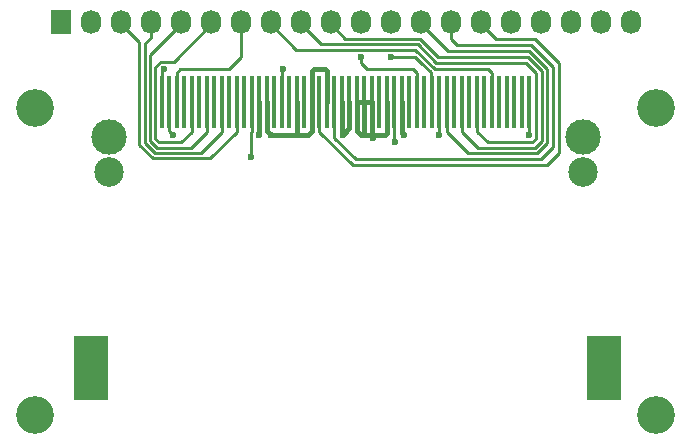
<source format=gtl>
G04 #@! TF.FileFunction,Copper,L1,Top,Signal*
%FSLAX46Y46*%
G04 Gerber Fmt 4.6, Leading zero omitted, Abs format (unit mm)*
G04 Created by KiCad (PCBNEW (2015-08-16 BZR 6097, Git b384c94)-product) date 1/3/2016 5:05:16 PM*
%MOMM*%
G01*
G04 APERTURE LIST*
%ADD10C,0.100000*%
%ADD11C,3.200000*%
%ADD12R,1.727200X2.032000*%
%ADD13O,1.727200X2.032000*%
%ADD14R,3.000000X5.400000*%
%ADD15C,2.500000*%
%ADD16C,3.000000*%
%ADD17R,0.400000X4.500000*%
%ADD18C,0.600000*%
%ADD19C,0.254000*%
%ADD20C,0.381000*%
G04 APERTURE END LIST*
D10*
D11*
X119761000Y-89154000D03*
X172339000Y-89154000D03*
X172339000Y-115189000D03*
D12*
X121920000Y-81915000D03*
D13*
X124460000Y-81915000D03*
X127000000Y-81915000D03*
X129540000Y-81915000D03*
X132080000Y-81915000D03*
X134620000Y-81915000D03*
X137160000Y-81915000D03*
X139700000Y-81915000D03*
X142240000Y-81915000D03*
X144780000Y-81915000D03*
X147320000Y-81915000D03*
X149860000Y-81915000D03*
X152400000Y-81915000D03*
X154940000Y-81915000D03*
X157480000Y-81915000D03*
X160020000Y-81915000D03*
X162560000Y-81915000D03*
X165100000Y-81915000D03*
X167640000Y-81915000D03*
X170180000Y-81915000D03*
D14*
X167869000Y-111147000D03*
D15*
X166121000Y-94613000D03*
X125961000Y-94613000D03*
D16*
X166121000Y-91613000D03*
D17*
X161590000Y-88659000D03*
X160955000Y-88659000D03*
X160320000Y-88659000D03*
X159685000Y-88659000D03*
X159050000Y-88659000D03*
X158415000Y-88659000D03*
X157780000Y-88659000D03*
X157145000Y-88659000D03*
X156510000Y-88659000D03*
X155875000Y-88659000D03*
X155240000Y-88659000D03*
X154605000Y-88659000D03*
X153970000Y-88659000D03*
X153335000Y-88659000D03*
X152700000Y-88659000D03*
X152065000Y-88659000D03*
X151430000Y-88659000D03*
X150795000Y-88659000D03*
X150160000Y-88659000D03*
X149525000Y-88659000D03*
X148890000Y-88659000D03*
X148255000Y-88659000D03*
X147620000Y-88659000D03*
X146985000Y-88659000D03*
X146350000Y-88659000D03*
X145715000Y-88659000D03*
X145080000Y-88659000D03*
X144445000Y-88659000D03*
X143810000Y-88659000D03*
X143175000Y-88659000D03*
X142540000Y-88659000D03*
X141905000Y-88659000D03*
X141270000Y-88659000D03*
X140635000Y-88659000D03*
X140000000Y-88659000D03*
X139365000Y-88659000D03*
X138730000Y-88659000D03*
X137460000Y-88659000D03*
X138095000Y-88659000D03*
X136825000Y-88659000D03*
X136190000Y-88659000D03*
X135555000Y-88659000D03*
X134920000Y-88659000D03*
X134285000Y-88659000D03*
X133015000Y-88659000D03*
X132380000Y-88659000D03*
X131745000Y-88659000D03*
X131110000Y-88659000D03*
X130475000Y-88659000D03*
D16*
X125961000Y-91613000D03*
D17*
X133650000Y-88659000D03*
D14*
X124449000Y-111147000D03*
D11*
X119761000Y-115189000D03*
D18*
X130683000Y-85852000D03*
X151003000Y-91440000D03*
X148336000Y-91694000D03*
X139700000Y-91440000D03*
X161544000Y-91440000D03*
X147320000Y-84836000D03*
X149860000Y-84836000D03*
X140716000Y-85852000D03*
X150241000Y-92075000D03*
X131445000Y-91440000D03*
X138049000Y-93345000D03*
X138684000Y-91440000D03*
X145796000Y-91440000D03*
X153924000Y-91440000D03*
D19*
X130475000Y-88659000D02*
X130475000Y-86060000D01*
X130475000Y-86060000D02*
X130683000Y-85852000D01*
D20*
X150795000Y-88659000D02*
X150795000Y-91232000D01*
X150795000Y-91232000D02*
X151003000Y-91440000D01*
X148336000Y-91440000D02*
X148336000Y-91694000D01*
X149525000Y-88659000D02*
X149525000Y-91290000D01*
X149525000Y-91290000D02*
X149375000Y-91440000D01*
X149375000Y-91440000D02*
X148336000Y-91440000D01*
X144445000Y-88659000D02*
X144445000Y-86028000D01*
X144445000Y-86028000D02*
X144269000Y-85852000D01*
X144269000Y-85852000D02*
X143351000Y-85852000D01*
X143351000Y-85852000D02*
X143175000Y-86028000D01*
X143175000Y-86028000D02*
X143175000Y-88659000D01*
X143175000Y-88659000D02*
X143175000Y-91140000D01*
X142875000Y-91440000D02*
X141905000Y-91440000D01*
X143175000Y-91140000D02*
X142875000Y-91440000D01*
X141905000Y-88659000D02*
X141905000Y-91440000D01*
X141905000Y-91440000D02*
X141732000Y-91440000D01*
X139365000Y-91105000D02*
X139700000Y-91440000D01*
X139365000Y-91105000D02*
X139365000Y-88659000D01*
X141732000Y-91440000D02*
X139700000Y-91440000D01*
X148255000Y-88659000D02*
X148255000Y-91440000D01*
X148255000Y-91440000D02*
X148336000Y-91440000D01*
X147620000Y-88659000D02*
X147620000Y-91440000D01*
X147620000Y-91440000D02*
X147828000Y-91440000D01*
X146985000Y-88659000D02*
X146985000Y-91105000D01*
X146985000Y-91105000D02*
X147320000Y-91440000D01*
X147320000Y-91440000D02*
X147828000Y-91440000D01*
X147828000Y-91440000D02*
X148336000Y-91440000D01*
X147620000Y-88659000D02*
X148255000Y-88659000D01*
X146985000Y-88659000D02*
X147620000Y-88659000D01*
D19*
X161590000Y-88659000D02*
X161590000Y-91394000D01*
X161590000Y-91394000D02*
X161544000Y-91440000D01*
X128524000Y-92262163D02*
X128524000Y-83591400D01*
X128524000Y-83591400D02*
X127000000Y-82067400D01*
X127000000Y-82067400D02*
X127000000Y-81915000D01*
X136825000Y-88659000D02*
X136825000Y-91163000D01*
X136825000Y-91163000D02*
X134558969Y-93429031D01*
X134558969Y-93429031D02*
X129690868Y-93429031D01*
X129690868Y-93429031D02*
X128524000Y-92262163D01*
X135555000Y-88659000D02*
X135555000Y-91163000D01*
X135555000Y-91163000D02*
X133742979Y-92975021D01*
X133742979Y-92975021D02*
X129878925Y-92975021D01*
X129878925Y-92975021D02*
X129020979Y-92117075D01*
X129020979Y-92117075D02*
X129020979Y-83704021D01*
X129020979Y-83704021D02*
X129540000Y-83185000D01*
X129540000Y-83185000D02*
X129540000Y-81915000D01*
X129474989Y-91929018D02*
X129474989Y-84672411D01*
X130066982Y-92521011D02*
X129474989Y-91929018D01*
X134285000Y-91163000D02*
X132926989Y-92521011D01*
X132926989Y-92521011D02*
X130066982Y-92521011D01*
X134285000Y-88659000D02*
X134285000Y-91163000D01*
X129474989Y-84672411D02*
X132080000Y-82067400D01*
X132080000Y-82067400D02*
X132080000Y-81915000D01*
X134620000Y-82067400D02*
X134620000Y-81915000D01*
X131462401Y-85224999D02*
X134620000Y-82067400D01*
X129928999Y-85678039D02*
X130382039Y-85224999D01*
X130382039Y-85224999D02*
X131462401Y-85224999D01*
X132110999Y-92067001D02*
X130255039Y-92067001D01*
X130255039Y-92067001D02*
X129928999Y-91740961D01*
X133015000Y-91163000D02*
X132110999Y-92067001D01*
X129928999Y-91740961D02*
X129928999Y-85678039D01*
X133015000Y-88659000D02*
X133015000Y-91163000D01*
X136144000Y-85852000D02*
X137160000Y-84836000D01*
X137160000Y-84836000D02*
X137160000Y-81915000D01*
X132048000Y-85852000D02*
X136144000Y-85852000D01*
X131745000Y-88659000D02*
X131745000Y-86155000D01*
X131745000Y-86155000D02*
X132048000Y-85852000D01*
X139700000Y-82067400D02*
X139700000Y-81915000D01*
X151930668Y-84208999D02*
X141841599Y-84208999D01*
X158112000Y-85852000D02*
X153573669Y-85852000D01*
X153573669Y-85852000D02*
X151930668Y-84208999D01*
X158415000Y-86155000D02*
X158112000Y-85852000D01*
X158415000Y-88659000D02*
X158415000Y-86155000D01*
X141841599Y-84208999D02*
X139700000Y-82067400D01*
X153707735Y-85344000D02*
X152118724Y-83754989D01*
X161844961Y-92067001D02*
X162171001Y-91740961D01*
X157145000Y-91163000D02*
X158049001Y-92067001D01*
X157145000Y-88659000D02*
X157145000Y-91163000D01*
X143927589Y-83754989D02*
X142240000Y-82067400D01*
X162171001Y-91740961D02*
X162171001Y-86201399D01*
X158049001Y-92067001D02*
X161844961Y-92067001D01*
X161313602Y-85344000D02*
X153707735Y-85344000D01*
X152118724Y-83754989D02*
X143927589Y-83754989D01*
X162171001Y-86201399D02*
X161313602Y-85344000D01*
X142240000Y-82067400D02*
X142240000Y-81915000D01*
X144780000Y-82067400D02*
X144780000Y-81915000D01*
X146013579Y-83300979D02*
X144780000Y-82067400D01*
X153841801Y-84836000D02*
X152306780Y-83300979D01*
X162625011Y-86013342D02*
X161447669Y-84836000D01*
X152306780Y-83300979D02*
X146013579Y-83300979D01*
X162033018Y-92521011D02*
X162625011Y-91929018D01*
X157233011Y-92521011D02*
X162033018Y-92521011D01*
X155875000Y-91163000D02*
X157233011Y-92521011D01*
X155875000Y-88659000D02*
X155875000Y-91163000D01*
X162625011Y-91929018D02*
X162625011Y-86013342D01*
X161447669Y-84836000D02*
X153841801Y-84836000D01*
X147320000Y-85344000D02*
X147320000Y-84836000D01*
X147828000Y-85852000D02*
X147320000Y-85344000D01*
X148336000Y-85852000D02*
X147828000Y-85852000D01*
X151762000Y-85852000D02*
X148336000Y-85852000D01*
X152065000Y-88659000D02*
X152065000Y-86155000D01*
X152065000Y-86155000D02*
X151762000Y-85852000D01*
X147320000Y-82067400D02*
X147320000Y-81915000D01*
X151892000Y-84836000D02*
X149860000Y-84836000D01*
X152400000Y-85344000D02*
X151892000Y-84836000D01*
X152423602Y-85344000D02*
X152400000Y-85344000D01*
X153227001Y-86147399D02*
X152423602Y-85344000D01*
X153335000Y-88659000D02*
X153227001Y-88551001D01*
X153227001Y-88551001D02*
X153227001Y-86147399D01*
X149860000Y-81788000D02*
X149860000Y-81915000D01*
X149860000Y-81915000D02*
X149860000Y-82067400D01*
X154605000Y-88659000D02*
X154605000Y-91163000D01*
X152400000Y-82067400D02*
X152400000Y-81915000D01*
X156417021Y-92975021D02*
X162221075Y-92975021D01*
X154605000Y-91163000D02*
X156417021Y-92975021D01*
X162221075Y-92975021D02*
X163079021Y-92117075D01*
X163079021Y-92117075D02*
X163079021Y-85825285D01*
X161581736Y-84328000D02*
X154660600Y-84328000D01*
X163079021Y-85825285D02*
X161581736Y-84328000D01*
X154660600Y-84328000D02*
X152400000Y-82067400D01*
X145080000Y-88659000D02*
X145080000Y-91651962D01*
X163576000Y-92456000D02*
X163576000Y-85680198D01*
X145080000Y-91651962D02*
X146900038Y-93472000D01*
X146900038Y-93472000D02*
X162560000Y-93472000D01*
X162560000Y-93472000D02*
X163576000Y-92456000D01*
X163576000Y-85680198D02*
X161715802Y-83820000D01*
X161715802Y-83820000D02*
X155448000Y-83820000D01*
X155448000Y-83820000D02*
X154940000Y-83312000D01*
X154940000Y-83312000D02*
X154940000Y-81915000D01*
X143810000Y-88659000D02*
X143810000Y-91163000D01*
X143810000Y-91163000D02*
X146627000Y-93980000D01*
X146627000Y-93980000D02*
X163068000Y-93980000D01*
X157480000Y-82067400D02*
X157480000Y-81915000D01*
X163068000Y-93980000D02*
X164084000Y-92964000D01*
X164084000Y-92964000D02*
X164084000Y-85344000D01*
X164084000Y-85344000D02*
X162052000Y-83312000D01*
X162052000Y-83312000D02*
X158724600Y-83312000D01*
X158724600Y-83312000D02*
X157480000Y-82067400D01*
X140635000Y-88659000D02*
X140635000Y-85933000D01*
X140635000Y-85933000D02*
X140716000Y-85852000D01*
X150160000Y-88659000D02*
X150160000Y-91994000D01*
X150160000Y-91994000D02*
X150241000Y-92075000D01*
X131445000Y-91440000D02*
X131110000Y-91105000D01*
X131110000Y-91105000D02*
X131110000Y-88659000D01*
X138049000Y-93345000D02*
X138056999Y-93337001D01*
X138056999Y-93337001D02*
X138056999Y-91201001D01*
X138056999Y-91201001D02*
X138095000Y-91163000D01*
X138095000Y-91163000D02*
X138095000Y-88659000D01*
D20*
X138730000Y-88659000D02*
X138730000Y-91394000D01*
X138730000Y-91394000D02*
X138684000Y-91440000D01*
X146350000Y-88659000D02*
X146350000Y-90886000D01*
X146350000Y-90886000D02*
X145796000Y-91440000D01*
X145715000Y-88659000D02*
X145715000Y-91359000D01*
X145715000Y-91359000D02*
X145796000Y-91440000D01*
D19*
X153970000Y-88659000D02*
X153970000Y-91394000D01*
X153970000Y-91394000D02*
X153924000Y-91440000D01*
M02*

</source>
